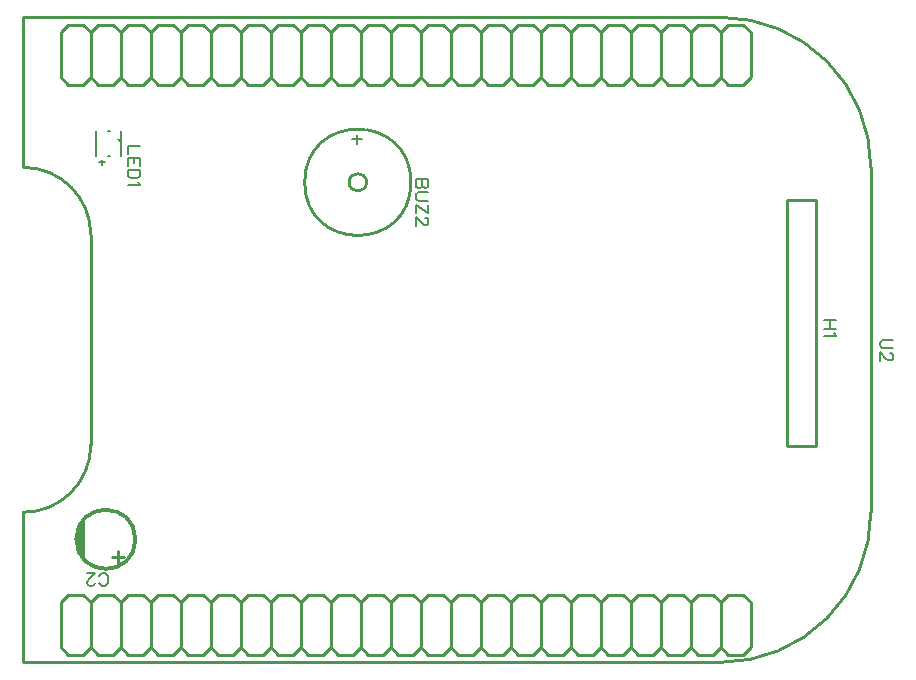
<source format=gto>
G04 Layer: TopSilkscreenLayer*
G04 EasyEDA v6.5.22, 2023-01-10 12:32:39*
G04 1e824566333e41a2b08e8a3146a8d8cc,2e4b97ed0a384ad5b60706015a639cab,10*
G04 Gerber Generator version 0.2*
G04 Scale: 100 percent, Rotated: No, Reflected: No *
G04 Dimensions in inches *
G04 leading zeros omitted , absolute positions ,3 integer and 6 decimal *
%FSLAX36Y36*%
%MOIN*%

%ADD10C,0.0060*%
%ADD11C,0.0080*%
%ADD12C,0.0070*%
%ADD13C,0.0100*%
%ADD14C,0.0059*%
%ADD15C,0.0118*%
%ADD16C,0.0169*%

%LPD*%
D10*
X2015399Y-600000D02*
G01*
X1972500Y-600000D01*
X2015399Y-600000D02*
G01*
X2015399Y-618400D01*
X2013400Y-624499D01*
X2011300Y-626599D01*
X2007200Y-628600D01*
X2003100Y-628600D01*
X1998999Y-626599D01*
X1996999Y-624499D01*
X1995000Y-618400D01*
X1995000Y-600000D02*
G01*
X1995000Y-618400D01*
X1992899Y-624499D01*
X1990900Y-626599D01*
X1986800Y-628600D01*
X1980600Y-628600D01*
X1976499Y-626599D01*
X1974499Y-624499D01*
X1972500Y-618400D01*
X1972500Y-600000D01*
X2015399Y-642100D02*
G01*
X1984700Y-642100D01*
X1978599Y-644200D01*
X1974499Y-648299D01*
X1972500Y-654400D01*
X1972500Y-658499D01*
X1974499Y-664600D01*
X1978599Y-668699D01*
X1984700Y-670799D01*
X2015399Y-670799D01*
X2015399Y-712899D02*
G01*
X1972500Y-684299D01*
X2015399Y-684299D02*
G01*
X2015399Y-712899D01*
X1972500Y-684299D02*
G01*
X1972500Y-712899D01*
X2005200Y-728499D02*
G01*
X2007200Y-728499D01*
X2011300Y-730500D01*
X2013400Y-732500D01*
X2015399Y-736599D01*
X2015399Y-744800D01*
X2013400Y-748899D01*
X2011300Y-750999D01*
X2007200Y-753000D01*
X2003100Y-753000D01*
X1998999Y-750999D01*
X1992899Y-746900D01*
X1972500Y-726399D01*
X1972500Y-755000D01*
D11*
X1794171Y-467044D02*
G01*
X1761971Y-467044D01*
X1778072Y-450945D02*
G01*
X1778072Y-483144D01*
D12*
X3564499Y-1135000D02*
G01*
X3533900Y-1135000D01*
X3527700Y-1136999D01*
X3523599Y-1141100D01*
X3521599Y-1147300D01*
X3521599Y-1151399D01*
X3523599Y-1157500D01*
X3527700Y-1161599D01*
X3533900Y-1163600D01*
X3564499Y-1163600D01*
X3554300Y-1179200D02*
G01*
X3556400Y-1179200D01*
X3560500Y-1181199D01*
X3562500Y-1183299D01*
X3564499Y-1187399D01*
X3564499Y-1195500D01*
X3562500Y-1199600D01*
X3560500Y-1201700D01*
X3556400Y-1203699D01*
X3552299Y-1203699D01*
X3548199Y-1201700D01*
X3541999Y-1197600D01*
X3521599Y-1177100D01*
X3521599Y-1205799D01*
D10*
X3375399Y-1070000D02*
G01*
X3332500Y-1070000D01*
X3375399Y-1098600D02*
G01*
X3332500Y-1098600D01*
X3355000Y-1070000D02*
G01*
X3355000Y-1098600D01*
X3367200Y-1112100D02*
G01*
X3369300Y-1116199D01*
X3375399Y-1122399D01*
X3332500Y-1122399D01*
X1055399Y-490000D02*
G01*
X1012500Y-490000D01*
X1012500Y-490000D02*
G01*
X1012500Y-514499D01*
X1055399Y-528000D02*
G01*
X1012500Y-528000D01*
X1055399Y-528000D02*
G01*
X1055399Y-554600D01*
X1035000Y-528000D02*
G01*
X1035000Y-544400D01*
X1012500Y-528000D02*
G01*
X1012500Y-554600D01*
X1055399Y-568099D02*
G01*
X1012500Y-568099D01*
X1055399Y-568099D02*
G01*
X1055399Y-582500D01*
X1053400Y-588600D01*
X1049300Y-592699D01*
X1045200Y-594699D01*
X1038999Y-596799D01*
X1028800Y-596799D01*
X1022700Y-594699D01*
X1018599Y-592699D01*
X1014499Y-588600D01*
X1012500Y-582500D01*
X1012500Y-568099D01*
X1047200Y-610300D02*
G01*
X1049300Y-614400D01*
X1055399Y-620500D01*
X1012500Y-620500D01*
X918099Y-1945199D02*
G01*
X920100Y-1949299D01*
X924200Y-1953400D01*
X928299Y-1955399D01*
X936500Y-1955399D01*
X940599Y-1953400D01*
X944600Y-1949299D01*
X946700Y-1945199D01*
X948699Y-1939000D01*
X948699Y-1928800D01*
X946700Y-1922699D01*
X944600Y-1918600D01*
X940599Y-1914499D01*
X936500Y-1912500D01*
X928299Y-1912500D01*
X924200Y-1914499D01*
X920100Y-1918600D01*
X918099Y-1922699D01*
X902500Y-1945199D02*
G01*
X902500Y-1947199D01*
X900500Y-1951300D01*
X898400Y-1953400D01*
X894299Y-1955399D01*
X886100Y-1955399D01*
X882100Y-1953400D01*
X880000Y-1951300D01*
X878000Y-1947199D01*
X878000Y-1943099D01*
X880000Y-1939000D01*
X884099Y-1932899D01*
X904600Y-1912500D01*
X875900Y-1912500D01*
G36*
X976280Y-464640D02*
G01*
X989080Y-478040D01*
X989080Y-464640D01*
G37*
G36*
X869360Y-1735000D02*
G01*
X865600Y-1738839D01*
X862060Y-1742880D01*
X858760Y-1747140D01*
X855720Y-1751579D01*
X852960Y-1756200D01*
X850480Y-1760980D01*
X848300Y-1765900D01*
X846400Y-1770940D01*
X844820Y-1776080D01*
X843540Y-1781300D01*
X842580Y-1786600D01*
X841940Y-1791940D01*
X841620Y-1797300D01*
X841620Y-1802700D01*
X841940Y-1808060D01*
X842580Y-1813400D01*
X843540Y-1818700D01*
X844820Y-1823920D01*
X846400Y-1829060D01*
X848300Y-1834100D01*
X850480Y-1839019D01*
X852960Y-1843800D01*
X855720Y-1848420D01*
X858760Y-1852860D01*
X862060Y-1857120D01*
X865600Y-1861160D01*
X869360Y-1865000D01*
G37*
D13*
X790000Y-260000D02*
G01*
X815000Y-285000D01*
X815000Y-285000D02*
G01*
X865000Y-285000D01*
X865000Y-285000D02*
G01*
X890000Y-260000D01*
X890000Y-260000D02*
G01*
X915000Y-285000D01*
X915000Y-285000D02*
G01*
X965000Y-285000D01*
X965000Y-285000D02*
G01*
X990000Y-260000D01*
X990000Y-260000D02*
G01*
X1015000Y-285000D01*
X1015000Y-285000D02*
G01*
X1065000Y-285000D01*
X1065000Y-285000D02*
G01*
X1090000Y-260000D01*
X1090000Y-260000D02*
G01*
X1115000Y-285000D01*
X1115000Y-285000D02*
G01*
X1165000Y-285000D01*
X1165000Y-285000D02*
G01*
X1190000Y-260000D01*
X1190000Y-260000D02*
G01*
X1215000Y-285000D01*
X1215000Y-285000D02*
G01*
X1265000Y-285000D01*
X1265000Y-285000D02*
G01*
X1290000Y-260000D01*
X1290000Y-260000D02*
G01*
X1315000Y-285000D01*
X1315000Y-285000D02*
G01*
X1365000Y-285000D01*
X1365000Y-285000D02*
G01*
X1390000Y-260000D01*
X790000Y-260000D02*
G01*
X790000Y-110000D01*
X790000Y-110000D02*
G01*
X815000Y-85000D01*
X815000Y-85000D02*
G01*
X865000Y-85000D01*
X865000Y-85000D02*
G01*
X890000Y-110000D01*
X890000Y-110000D02*
G01*
X915000Y-85000D01*
X915000Y-85000D02*
G01*
X965000Y-85000D01*
X965000Y-85000D02*
G01*
X990000Y-110000D01*
X990000Y-110000D02*
G01*
X1015000Y-85000D01*
X1015000Y-85000D02*
G01*
X1065000Y-85000D01*
X1065000Y-85000D02*
G01*
X1090000Y-110000D01*
X1090000Y-110000D02*
G01*
X1115000Y-85000D01*
X1115000Y-85000D02*
G01*
X1165000Y-85000D01*
X1165000Y-85000D02*
G01*
X1190000Y-110000D01*
X1190000Y-110000D02*
G01*
X1215000Y-85000D01*
X1215000Y-85000D02*
G01*
X1265000Y-85000D01*
X1265000Y-85000D02*
G01*
X1290000Y-110000D01*
X1290000Y-110000D02*
G01*
X1315000Y-85000D01*
X1315000Y-85000D02*
G01*
X1365000Y-85000D01*
X1365000Y-85000D02*
G01*
X1390000Y-110000D01*
X1390000Y-110000D02*
G01*
X1415000Y-85000D01*
X1415000Y-85000D02*
G01*
X1465000Y-85000D01*
X1465000Y-85000D02*
G01*
X1490000Y-110000D01*
X1490000Y-110000D02*
G01*
X1515000Y-85000D01*
X1515000Y-85000D02*
G01*
X1565000Y-85000D01*
X1565000Y-85000D02*
G01*
X1590000Y-110000D01*
X1590000Y-110000D02*
G01*
X1615000Y-85000D01*
X1615000Y-85000D02*
G01*
X1665000Y-85000D01*
X1665000Y-85000D02*
G01*
X1690000Y-110000D01*
X1690000Y-110000D02*
G01*
X1715000Y-85000D01*
X1715000Y-85000D02*
G01*
X1765000Y-85000D01*
X1765000Y-85000D02*
G01*
X1790000Y-110000D01*
X1790000Y-110000D02*
G01*
X1815000Y-85000D01*
X1815000Y-85000D02*
G01*
X1865000Y-85000D01*
X1865000Y-85000D02*
G01*
X1890000Y-110000D01*
X1890000Y-110000D02*
G01*
X1915000Y-85000D01*
X1915000Y-85000D02*
G01*
X1965000Y-85000D01*
X1990000Y-110000D02*
G01*
X1965000Y-85000D01*
X1990000Y-110000D02*
G01*
X2015000Y-85000D01*
X2065000Y-85000D02*
G01*
X2015000Y-85000D01*
X2065000Y-85000D02*
G01*
X2090000Y-110000D01*
X2090000Y-110000D02*
G01*
X2115000Y-85000D01*
X2165000Y-85000D02*
G01*
X2115000Y-85000D01*
X2165000Y-85000D02*
G01*
X2190000Y-110000D01*
X2190000Y-110000D02*
G01*
X2215000Y-85000D01*
X2265000Y-85000D02*
G01*
X2215000Y-85000D01*
X2265000Y-85000D02*
G01*
X2290000Y-110000D01*
X2290000Y-110000D02*
G01*
X2315000Y-85000D01*
X2365000Y-85000D02*
G01*
X2315000Y-85000D01*
X2365000Y-85000D02*
G01*
X2390000Y-110000D01*
X2390000Y-260000D02*
G01*
X2365000Y-285000D01*
X2315000Y-285000D02*
G01*
X2365000Y-285000D01*
X2315000Y-285000D02*
G01*
X2290000Y-260000D01*
X2290000Y-260000D02*
G01*
X2265000Y-285000D01*
X2215000Y-285000D02*
G01*
X2265000Y-285000D01*
X2215000Y-285000D02*
G01*
X2190000Y-260000D01*
X2190000Y-260000D02*
G01*
X2165000Y-285000D01*
X2165000Y-285000D02*
G01*
X2115000Y-285000D01*
X2090000Y-260000D02*
G01*
X2115000Y-285000D01*
X2090000Y-260000D02*
G01*
X2065000Y-285000D01*
X2065000Y-285000D02*
G01*
X2015000Y-285000D01*
X1990000Y-260000D02*
G01*
X2015000Y-285000D01*
X1990000Y-260000D02*
G01*
X1965000Y-285000D01*
X1965000Y-285000D02*
G01*
X1915000Y-285000D01*
X1890000Y-260000D02*
G01*
X1915000Y-285000D01*
X1890000Y-260000D02*
G01*
X1865000Y-285000D01*
X1865000Y-285000D02*
G01*
X1815000Y-285000D01*
X1790000Y-260000D02*
G01*
X1815000Y-285000D01*
X1790000Y-260000D02*
G01*
X1765000Y-285000D01*
X1765000Y-285000D02*
G01*
X1715000Y-285000D01*
X1690000Y-260000D02*
G01*
X1715000Y-285000D01*
X1690000Y-260000D02*
G01*
X1665000Y-285000D01*
X1665000Y-285000D02*
G01*
X1615000Y-285000D01*
X1590000Y-260000D02*
G01*
X1615000Y-285000D01*
X1590000Y-260000D02*
G01*
X1565000Y-285000D01*
X1565000Y-285000D02*
G01*
X1515000Y-285000D01*
X1490000Y-260000D02*
G01*
X1515000Y-285000D01*
X1490000Y-260000D02*
G01*
X1465000Y-285000D01*
X1465000Y-285000D02*
G01*
X1415000Y-285000D01*
X1390000Y-260000D02*
G01*
X1415000Y-285000D01*
X890000Y-110000D02*
G01*
X890000Y-260000D01*
X990000Y-110000D02*
G01*
X990000Y-260000D01*
X1090000Y-110000D02*
G01*
X1090000Y-260000D01*
X1190000Y-110000D02*
G01*
X1190000Y-260000D01*
X1290000Y-110000D02*
G01*
X1290000Y-260000D01*
X1390000Y-110000D02*
G01*
X1390000Y-260000D01*
X1490000Y-110000D02*
G01*
X1490000Y-260000D01*
X1590000Y-110000D02*
G01*
X1590000Y-260000D01*
X1690000Y-110000D02*
G01*
X1690000Y-260000D01*
X1790000Y-110000D02*
G01*
X1790000Y-260000D01*
X1890000Y-110000D02*
G01*
X1890000Y-260000D01*
X1990000Y-110000D02*
G01*
X1990000Y-260000D01*
X2090000Y-110000D02*
G01*
X2090000Y-260000D01*
X2190000Y-110000D02*
G01*
X2190000Y-260000D01*
X2290000Y-110000D02*
G01*
X2290000Y-260000D01*
X2390000Y-110000D02*
G01*
X2390000Y-260000D01*
X2390000Y-110000D02*
G01*
X2415000Y-85000D01*
X2465000Y-85000D02*
G01*
X2415000Y-85000D01*
X2465000Y-85000D02*
G01*
X2490000Y-110000D01*
X2490000Y-260000D02*
G01*
X2465000Y-285000D01*
X2415000Y-285000D02*
G01*
X2465000Y-285000D01*
X2415000Y-285000D02*
G01*
X2390000Y-260000D01*
X2490000Y-110000D02*
G01*
X2490000Y-260000D01*
X2490000Y-110000D02*
G01*
X2515000Y-85000D01*
X2565000Y-85000D02*
G01*
X2515000Y-85000D01*
X2565000Y-85000D02*
G01*
X2590000Y-110000D01*
X2590000Y-260000D02*
G01*
X2565000Y-285000D01*
X2515000Y-285000D02*
G01*
X2565000Y-285000D01*
X2515000Y-285000D02*
G01*
X2490000Y-260000D01*
X2590000Y-110000D02*
G01*
X2590000Y-260000D01*
X2590000Y-110000D02*
G01*
X2615000Y-85000D01*
X2665000Y-85000D02*
G01*
X2615000Y-85000D01*
X2665000Y-85000D02*
G01*
X2690000Y-110000D01*
X2690000Y-260000D02*
G01*
X2665000Y-285000D01*
X2615000Y-285000D02*
G01*
X2665000Y-285000D01*
X2615000Y-285000D02*
G01*
X2590000Y-260000D01*
X2690000Y-110000D02*
G01*
X2690000Y-260000D01*
X2690000Y-110000D02*
G01*
X2715000Y-85000D01*
X2765000Y-85000D02*
G01*
X2715000Y-85000D01*
X2765000Y-85000D02*
G01*
X2790000Y-110000D01*
X2790000Y-260000D02*
G01*
X2765000Y-285000D01*
X2715000Y-285000D02*
G01*
X2765000Y-285000D01*
X2715000Y-285000D02*
G01*
X2690000Y-260000D01*
X2790000Y-110000D02*
G01*
X2790000Y-260000D01*
X2790000Y-110000D02*
G01*
X2815000Y-85000D01*
X2865000Y-85000D02*
G01*
X2815000Y-85000D01*
X2865000Y-85000D02*
G01*
X2890000Y-110000D01*
X2890000Y-260000D02*
G01*
X2865000Y-285000D01*
X2815000Y-285000D02*
G01*
X2865000Y-285000D01*
X2815000Y-285000D02*
G01*
X2790000Y-260000D01*
X2890000Y-110000D02*
G01*
X2890000Y-260000D01*
X2890000Y-110000D02*
G01*
X2915000Y-85000D01*
X2965000Y-85000D02*
G01*
X2915000Y-85000D01*
X2965000Y-85000D02*
G01*
X2990000Y-110000D01*
X2990000Y-260000D02*
G01*
X2965000Y-285000D01*
X2915000Y-285000D02*
G01*
X2965000Y-285000D01*
X2915000Y-285000D02*
G01*
X2890000Y-260000D01*
X2990000Y-110000D02*
G01*
X2990000Y-260000D01*
X2990000Y-110000D02*
G01*
X3015000Y-85000D01*
X3065000Y-85000D02*
G01*
X3015000Y-85000D01*
X3065000Y-85000D02*
G01*
X3090000Y-110000D01*
X3090000Y-260000D02*
G01*
X3065000Y-285000D01*
X3015000Y-285000D02*
G01*
X3065000Y-285000D01*
X3015000Y-285000D02*
G01*
X2990000Y-260000D01*
X3090000Y-110000D02*
G01*
X3090000Y-260000D01*
X790000Y-2160000D02*
G01*
X815000Y-2185000D01*
X815000Y-2185000D02*
G01*
X865000Y-2185000D01*
X865000Y-2185000D02*
G01*
X890000Y-2160000D01*
X890000Y-2160000D02*
G01*
X915000Y-2185000D01*
X915000Y-2185000D02*
G01*
X965000Y-2185000D01*
X965000Y-2185000D02*
G01*
X990000Y-2160000D01*
X990000Y-2160000D02*
G01*
X1015000Y-2185000D01*
X1015000Y-2185000D02*
G01*
X1065000Y-2185000D01*
X1065000Y-2185000D02*
G01*
X1090000Y-2160000D01*
X1090000Y-2160000D02*
G01*
X1115000Y-2185000D01*
X1115000Y-2185000D02*
G01*
X1165000Y-2185000D01*
X1165000Y-2185000D02*
G01*
X1190000Y-2160000D01*
X1190000Y-2160000D02*
G01*
X1215000Y-2185000D01*
X1215000Y-2185000D02*
G01*
X1265000Y-2185000D01*
X1265000Y-2185000D02*
G01*
X1290000Y-2160000D01*
X1290000Y-2160000D02*
G01*
X1315000Y-2185000D01*
X1315000Y-2185000D02*
G01*
X1365000Y-2185000D01*
X1365000Y-2185000D02*
G01*
X1390000Y-2160000D01*
X790000Y-2160000D02*
G01*
X790000Y-2010000D01*
X790000Y-2010000D02*
G01*
X815000Y-1985000D01*
X815000Y-1985000D02*
G01*
X865000Y-1985000D01*
X865000Y-1985000D02*
G01*
X890000Y-2010000D01*
X890000Y-2010000D02*
G01*
X915000Y-1985000D01*
X915000Y-1985000D02*
G01*
X965000Y-1985000D01*
X965000Y-1985000D02*
G01*
X990000Y-2010000D01*
X990000Y-2010000D02*
G01*
X1015000Y-1985000D01*
X1015000Y-1985000D02*
G01*
X1065000Y-1985000D01*
X1065000Y-1985000D02*
G01*
X1090000Y-2010000D01*
X1090000Y-2010000D02*
G01*
X1115000Y-1985000D01*
X1115000Y-1985000D02*
G01*
X1165000Y-1985000D01*
X1165000Y-1985000D02*
G01*
X1190000Y-2010000D01*
X1190000Y-2010000D02*
G01*
X1215000Y-1985000D01*
X1215000Y-1985000D02*
G01*
X1265000Y-1985000D01*
X1265000Y-1985000D02*
G01*
X1290000Y-2010000D01*
X1290000Y-2010000D02*
G01*
X1315000Y-1985000D01*
X1315000Y-1985000D02*
G01*
X1365000Y-1985000D01*
X1365000Y-1985000D02*
G01*
X1390000Y-2010000D01*
X1390000Y-2010000D02*
G01*
X1415000Y-1985000D01*
X1415000Y-1985000D02*
G01*
X1465000Y-1985000D01*
X1465000Y-1985000D02*
G01*
X1490000Y-2010000D01*
X1490000Y-2010000D02*
G01*
X1515000Y-1985000D01*
X1515000Y-1985000D02*
G01*
X1565000Y-1985000D01*
X1565000Y-1985000D02*
G01*
X1590000Y-2010000D01*
X1590000Y-2010000D02*
G01*
X1615000Y-1985000D01*
X1615000Y-1985000D02*
G01*
X1665000Y-1985000D01*
X1665000Y-1985000D02*
G01*
X1690000Y-2010000D01*
X1690000Y-2010000D02*
G01*
X1715000Y-1985000D01*
X1715000Y-1985000D02*
G01*
X1765000Y-1985000D01*
X1765000Y-1985000D02*
G01*
X1790000Y-2010000D01*
X1790000Y-2010000D02*
G01*
X1815000Y-1985000D01*
X1815000Y-1985000D02*
G01*
X1865000Y-1985000D01*
X1865000Y-1985000D02*
G01*
X1890000Y-2010000D01*
X1890000Y-2010000D02*
G01*
X1915000Y-1985000D01*
X1915000Y-1985000D02*
G01*
X1965000Y-1985000D01*
X1990000Y-2010000D02*
G01*
X1965000Y-1985000D01*
X1990000Y-2010000D02*
G01*
X2015000Y-1985000D01*
X2065000Y-1985000D02*
G01*
X2015000Y-1985000D01*
X2065000Y-1985000D02*
G01*
X2090000Y-2010000D01*
X2090000Y-2010000D02*
G01*
X2115000Y-1985000D01*
X2165000Y-1985000D02*
G01*
X2115000Y-1985000D01*
X2165000Y-1985000D02*
G01*
X2190000Y-2010000D01*
X2190000Y-2010000D02*
G01*
X2215000Y-1985000D01*
X2265000Y-1985000D02*
G01*
X2215000Y-1985000D01*
X2265000Y-1985000D02*
G01*
X2290000Y-2010000D01*
X2290000Y-2010000D02*
G01*
X2315000Y-1985000D01*
X2365000Y-1985000D02*
G01*
X2315000Y-1985000D01*
X2365000Y-1985000D02*
G01*
X2390000Y-2010000D01*
X2390000Y-2160000D02*
G01*
X2365000Y-2185000D01*
X2315000Y-2185000D02*
G01*
X2365000Y-2185000D01*
X2315000Y-2185000D02*
G01*
X2290000Y-2160000D01*
X2290000Y-2160000D02*
G01*
X2265000Y-2185000D01*
X2215000Y-2185000D02*
G01*
X2265000Y-2185000D01*
X2215000Y-2185000D02*
G01*
X2190000Y-2160000D01*
X2190000Y-2160000D02*
G01*
X2165000Y-2185000D01*
X2165000Y-2185000D02*
G01*
X2115000Y-2185000D01*
X2090000Y-2160000D02*
G01*
X2115000Y-2185000D01*
X2090000Y-2160000D02*
G01*
X2065000Y-2185000D01*
X2065000Y-2185000D02*
G01*
X2015000Y-2185000D01*
X1990000Y-2160000D02*
G01*
X2015000Y-2185000D01*
X1990000Y-2160000D02*
G01*
X1965000Y-2185000D01*
X1965000Y-2185000D02*
G01*
X1915000Y-2185000D01*
X1890000Y-2160000D02*
G01*
X1915000Y-2185000D01*
X1890000Y-2160000D02*
G01*
X1865000Y-2185000D01*
X1865000Y-2185000D02*
G01*
X1815000Y-2185000D01*
X1790000Y-2160000D02*
G01*
X1815000Y-2185000D01*
X1790000Y-2160000D02*
G01*
X1765000Y-2185000D01*
X1765000Y-2185000D02*
G01*
X1715000Y-2185000D01*
X1690000Y-2160000D02*
G01*
X1715000Y-2185000D01*
X1690000Y-2160000D02*
G01*
X1665000Y-2185000D01*
X1665000Y-2185000D02*
G01*
X1615000Y-2185000D01*
X1590000Y-2160000D02*
G01*
X1615000Y-2185000D01*
X1590000Y-2160000D02*
G01*
X1565000Y-2185000D01*
X1565000Y-2185000D02*
G01*
X1515000Y-2185000D01*
X1490000Y-2160000D02*
G01*
X1515000Y-2185000D01*
X1490000Y-2160000D02*
G01*
X1465000Y-2185000D01*
X1465000Y-2185000D02*
G01*
X1415000Y-2185000D01*
X1390000Y-2160000D02*
G01*
X1415000Y-2185000D01*
X890000Y-2010000D02*
G01*
X890000Y-2160000D01*
X990000Y-2010000D02*
G01*
X990000Y-2160000D01*
X1090000Y-2010000D02*
G01*
X1090000Y-2160000D01*
X1190000Y-2010000D02*
G01*
X1190000Y-2160000D01*
X1290000Y-2010000D02*
G01*
X1290000Y-2160000D01*
X1390000Y-2010000D02*
G01*
X1390000Y-2160000D01*
X1490000Y-2010000D02*
G01*
X1490000Y-2160000D01*
X1590000Y-2010000D02*
G01*
X1590000Y-2160000D01*
X1690000Y-2010000D02*
G01*
X1690000Y-2160000D01*
X1790000Y-2010000D02*
G01*
X1790000Y-2160000D01*
X1890000Y-2010000D02*
G01*
X1890000Y-2160000D01*
X1990000Y-2010000D02*
G01*
X1990000Y-2160000D01*
X2090000Y-2010000D02*
G01*
X2090000Y-2160000D01*
X2190000Y-2010000D02*
G01*
X2190000Y-2160000D01*
X2290000Y-2010000D02*
G01*
X2290000Y-2160000D01*
X2390000Y-2010000D02*
G01*
X2390000Y-2160000D01*
X2390000Y-2010000D02*
G01*
X2415000Y-1985000D01*
X2465000Y-1985000D02*
G01*
X2415000Y-1985000D01*
X2465000Y-1985000D02*
G01*
X2490000Y-2010000D01*
X2490000Y-2160000D02*
G01*
X2465000Y-2185000D01*
X2415000Y-2185000D02*
G01*
X2465000Y-2185000D01*
X2415000Y-2185000D02*
G01*
X2390000Y-2160000D01*
X2490000Y-2010000D02*
G01*
X2490000Y-2160000D01*
X2490000Y-2010000D02*
G01*
X2515000Y-1985000D01*
X2565000Y-1985000D02*
G01*
X2515000Y-1985000D01*
X2565000Y-1985000D02*
G01*
X2590000Y-2010000D01*
X2590000Y-2160000D02*
G01*
X2565000Y-2185000D01*
X2515000Y-2185000D02*
G01*
X2565000Y-2185000D01*
X2515000Y-2185000D02*
G01*
X2490000Y-2160000D01*
X2590000Y-2010000D02*
G01*
X2590000Y-2160000D01*
X2590000Y-2010000D02*
G01*
X2615000Y-1985000D01*
X2665000Y-1985000D02*
G01*
X2615000Y-1985000D01*
X2665000Y-1985000D02*
G01*
X2690000Y-2010000D01*
X2690000Y-2160000D02*
G01*
X2665000Y-2185000D01*
X2615000Y-2185000D02*
G01*
X2665000Y-2185000D01*
X2615000Y-2185000D02*
G01*
X2590000Y-2160000D01*
X2690000Y-2010000D02*
G01*
X2690000Y-2160000D01*
X2690000Y-2010000D02*
G01*
X2715000Y-1985000D01*
X2765000Y-1985000D02*
G01*
X2715000Y-1985000D01*
X2765000Y-1985000D02*
G01*
X2790000Y-2010000D01*
X2790000Y-2160000D02*
G01*
X2765000Y-2185000D01*
X2715000Y-2185000D02*
G01*
X2765000Y-2185000D01*
X2715000Y-2185000D02*
G01*
X2690000Y-2160000D01*
X2790000Y-2010000D02*
G01*
X2790000Y-2160000D01*
X2790000Y-2010000D02*
G01*
X2815000Y-1985000D01*
X2865000Y-1985000D02*
G01*
X2815000Y-1985000D01*
X2865000Y-1985000D02*
G01*
X2890000Y-2010000D01*
X2890000Y-2160000D02*
G01*
X2865000Y-2185000D01*
X2815000Y-2185000D02*
G01*
X2865000Y-2185000D01*
X2815000Y-2185000D02*
G01*
X2790000Y-2160000D01*
X2890000Y-2010000D02*
G01*
X2890000Y-2160000D01*
X2890000Y-2010000D02*
G01*
X2915000Y-1985000D01*
X2965000Y-1985000D02*
G01*
X2915000Y-1985000D01*
X2965000Y-1985000D02*
G01*
X2990000Y-2010000D01*
X2990000Y-2160000D02*
G01*
X2965000Y-2185000D01*
X2915000Y-2185000D02*
G01*
X2965000Y-2185000D01*
X2915000Y-2185000D02*
G01*
X2890000Y-2160000D01*
X2990000Y-2010000D02*
G01*
X2990000Y-2160000D01*
X2990000Y-2010000D02*
G01*
X3015000Y-1985000D01*
X3065000Y-1985000D02*
G01*
X3015000Y-1985000D01*
X3065000Y-1985000D02*
G01*
X3090000Y-2010000D01*
X3090000Y-2160000D02*
G01*
X3065000Y-2185000D01*
X3015000Y-2185000D02*
G01*
X3065000Y-2185000D01*
X3015000Y-2185000D02*
G01*
X2990000Y-2160000D01*
X3090000Y-2010000D02*
G01*
X3090000Y-2160000D01*
X2990000Y-2210000D02*
G01*
X665000Y-2210000D01*
X3490000Y-560000D02*
G01*
X3490000Y-1710000D01*
X2990000Y-60000D02*
G01*
X665000Y-60000D01*
X665000Y-60000D02*
G01*
X665000Y-560000D01*
X665000Y-1710000D02*
G01*
X665000Y-2210000D01*
X890000Y-785000D02*
G01*
X890000Y-1485000D01*
X3308029Y-670158D02*
G01*
X3308029Y-1489841D01*
X3308029Y-1489841D02*
G01*
X3211970Y-1489841D01*
X3211970Y-1489841D02*
G01*
X3211970Y-670158D01*
X3211970Y-670158D02*
G01*
X3308029Y-670158D01*
D14*
X927953Y-535117D02*
G01*
X927953Y-552831D01*
X937795Y-543778D02*
G01*
X918110Y-543778D01*
X991337Y-438661D02*
G01*
X991337Y-521338D01*
X952791Y-521338D02*
G01*
X947208Y-521338D01*
X952791Y-438661D02*
G01*
X947208Y-438661D01*
X908661Y-438661D02*
G01*
X908661Y-521338D01*
D13*
X999690Y-1859050D02*
G01*
X959690Y-1859050D01*
X979369Y-1878739D02*
G01*
X979369Y-1838739D01*
G75*
G01*
X3490000Y-560000D02*
G03*
X2990000Y-60000I-499999J1D01*
G75*
G01*
X2990000Y-2210000D02*
G03*
X3490000Y-1710000I1J499999D01*
G75*
G01*
X890000Y-785000D02*
G03*
X665000Y-560000I-225000J0D01*
G75*
G01*
X890000Y-1485000D02*
G02*
X665000Y-1710000I-225000J0D01*
G75*
G01
X1957170Y-610000D02*
G03X1957170Y-610000I-177170J0D01*
G75*
G01
X1809160Y-610000D02*
G03X1809160Y-610000I-29160J0D01*
D15*
G75*
G01
X1038430Y-1800000D02*
G03X1038430Y-1800000I-98430J0D01*
M02*

</source>
